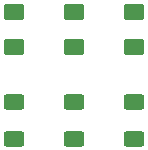
<source format=gtp>
G04 #@! TF.GenerationSoftware,KiCad,Pcbnew,8.0.1*
G04 #@! TF.CreationDate,2024-10-21T20:58:36+13:00*
G04 #@! TF.ProjectId,aurorawatchpcb,6175726f-7261-4776-9174-63687063622e,rev?*
G04 #@! TF.SameCoordinates,Original*
G04 #@! TF.FileFunction,Paste,Top*
G04 #@! TF.FilePolarity,Positive*
%FSLAX46Y46*%
G04 Gerber Fmt 4.6, Leading zero omitted, Abs format (unit mm)*
G04 Created by KiCad (PCBNEW 8.0.1) date 2024-10-21 20:58:36*
%MOMM*%
%LPD*%
G01*
G04 APERTURE LIST*
G04 Aperture macros list*
%AMRoundRect*
0 Rectangle with rounded corners*
0 $1 Rounding radius*
0 $2 $3 $4 $5 $6 $7 $8 $9 X,Y pos of 4 corners*
0 Add a 4 corners polygon primitive as box body*
4,1,4,$2,$3,$4,$5,$6,$7,$8,$9,$2,$3,0*
0 Add four circle primitives for the rounded corners*
1,1,$1+$1,$2,$3*
1,1,$1+$1,$4,$5*
1,1,$1+$1,$6,$7*
1,1,$1+$1,$8,$9*
0 Add four rect primitives between the rounded corners*
20,1,$1+$1,$2,$3,$4,$5,0*
20,1,$1+$1,$4,$5,$6,$7,0*
20,1,$1+$1,$6,$7,$8,$9,0*
20,1,$1+$1,$8,$9,$2,$3,0*%
G04 Aperture macros list end*
%ADD10RoundRect,0.250000X0.625000X-0.400000X0.625000X0.400000X-0.625000X0.400000X-0.625000X-0.400000X0*%
%ADD11RoundRect,0.250001X-0.624999X0.462499X-0.624999X-0.462499X0.624999X-0.462499X0.624999X0.462499X0*%
G04 APERTURE END LIST*
D10*
X109220000Y-78740000D03*
X109220000Y-81840000D03*
X114300000Y-81840000D03*
X114300000Y-78740000D03*
X119380000Y-78740000D03*
X119380000Y-81840000D03*
D11*
X109220000Y-74095000D03*
X109220000Y-71120000D03*
X114300000Y-74095000D03*
X114300000Y-71120000D03*
X119380000Y-74095000D03*
X119380000Y-71120000D03*
M02*

</source>
